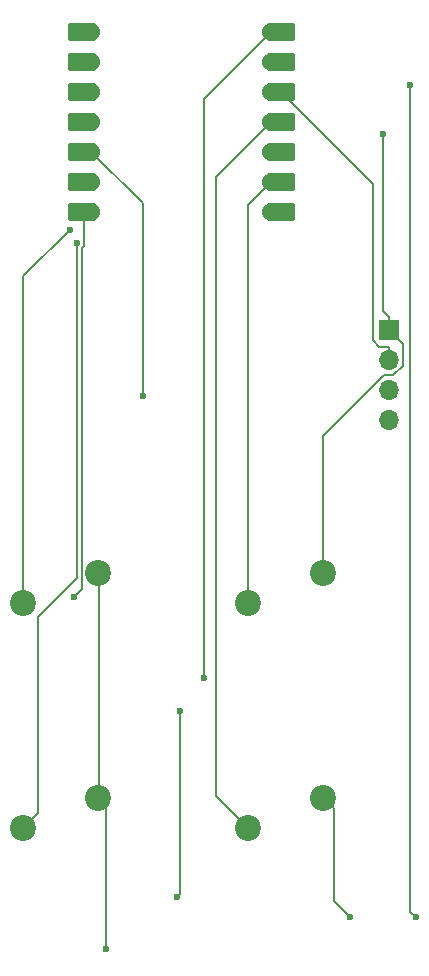
<source format=gbr>
%TF.GenerationSoftware,KiCad,Pcbnew,9.0.3*%
%TF.CreationDate,2026-01-29T20:12:37-03:00*%
%TF.ProjectId,hackpad,6861636b-7061-4642-9e6b-696361645f70,rev?*%
%TF.SameCoordinates,Original*%
%TF.FileFunction,Copper,L1,Top*%
%TF.FilePolarity,Positive*%
%FSLAX46Y46*%
G04 Gerber Fmt 4.6, Leading zero omitted, Abs format (unit mm)*
G04 Created by KiCad (PCBNEW 9.0.3) date 2026-01-29 20:12:37*
%MOMM*%
%LPD*%
G01*
G04 APERTURE LIST*
G04 Aperture macros list*
%AMRoundRect*
0 Rectangle with rounded corners*
0 $1 Rounding radius*
0 $2 $3 $4 $5 $6 $7 $8 $9 X,Y pos of 4 corners*
0 Add a 4 corners polygon primitive as box body*
4,1,4,$2,$3,$4,$5,$6,$7,$8,$9,$2,$3,0*
0 Add four circle primitives for the rounded corners*
1,1,$1+$1,$2,$3*
1,1,$1+$1,$4,$5*
1,1,$1+$1,$6,$7*
1,1,$1+$1,$8,$9*
0 Add four rect primitives between the rounded corners*
20,1,$1+$1,$2,$3,$4,$5,0*
20,1,$1+$1,$4,$5,$6,$7,0*
20,1,$1+$1,$6,$7,$8,$9,0*
20,1,$1+$1,$8,$9,$2,$3,0*%
G04 Aperture macros list end*
%TA.AperFunction,ComponentPad*%
%ADD10R,1.700000X1.700000*%
%TD*%
%TA.AperFunction,ComponentPad*%
%ADD11O,1.700000X1.700000*%
%TD*%
%TA.AperFunction,ComponentPad*%
%ADD12C,2.200000*%
%TD*%
%TA.AperFunction,SMDPad,CuDef*%
%ADD13RoundRect,0.152400X1.063600X0.609600X-1.063600X0.609600X-1.063600X-0.609600X1.063600X-0.609600X0*%
%TD*%
%TA.AperFunction,ComponentPad*%
%ADD14C,1.524000*%
%TD*%
%TA.AperFunction,SMDPad,CuDef*%
%ADD15RoundRect,0.152400X-1.063600X-0.609600X1.063600X-0.609600X1.063600X0.609600X-1.063600X0.609600X0*%
%TD*%
%TA.AperFunction,ViaPad*%
%ADD16C,0.600000*%
%TD*%
%TA.AperFunction,Conductor*%
%ADD17C,0.200000*%
%TD*%
G04 APERTURE END LIST*
D10*
%TO.P,J1,1,Pin_1*%
%TO.N,GND*%
X169490000Y-79305000D03*
D11*
%TO.P,J1,2,Pin_2*%
%TO.N,3V3*%
X169490000Y-81845000D03*
%TO.P,J1,3,Pin_3*%
%TO.N,I2C_SCL*%
X169490000Y-84385000D03*
%TO.P,J1,4,Pin_4*%
%TO.N,I2C_SDA*%
X169490000Y-86925000D03*
%TD*%
D12*
%TO.P,SW4,1,1*%
%TO.N,GND*%
X163975000Y-118885000D03*
%TO.P,SW4,2,2*%
%TO.N,Net-(U1-GPIO3{slash}MOSI)*%
X157625000Y-121425000D03*
%TD*%
%TO.P,SW1,1,1*%
%TO.N,GND*%
X144925000Y-99885000D03*
%TO.P,SW1,2,2*%
%TO.N,Net-(U1-GPIO1{slash}RX)*%
X138575000Y-102425000D03*
%TD*%
%TO.P,SW3,1,1*%
%TO.N,GND*%
X144910000Y-118915000D03*
%TO.P,SW3,2,2*%
%TO.N,Net-(U1-GPIO4{slash}MISO)*%
X138560000Y-121455000D03*
%TD*%
%TO.P,SW2,1,1*%
%TO.N,GND*%
X163975000Y-99885000D03*
%TO.P,SW2,2,2*%
%TO.N,Net-(U1-GPIO2{slash}SCK)*%
X157625000Y-102425000D03*
%TD*%
D13*
%TO.P,U1,1,GPIO26/ADC0/A0*%
%TO.N,unconnected-(U1-GPIO26{slash}ADC0{slash}A0-Pad1)_1*%
X143495000Y-54048500D03*
D14*
%TO.N,unconnected-(U1-GPIO26{slash}ADC0{slash}A0-Pad1)*%
X144330000Y-54048500D03*
D13*
%TO.P,U1,2,GPIO27/ADC1/A1*%
%TO.N,unconnected-(U1-GPIO27{slash}ADC1{slash}A1-Pad2)*%
X143495000Y-56588500D03*
D14*
%TO.N,unconnected-(U1-GPIO27{slash}ADC1{slash}A1-Pad2)_1*%
X144330000Y-56588500D03*
D13*
%TO.P,U1,3,GPIO28/ADC2/A2*%
%TO.N,unconnected-(U1-GPIO28{slash}ADC2{slash}A2-Pad3)*%
X143495000Y-59128500D03*
D14*
%TO.N,unconnected-(U1-GPIO28{slash}ADC2{slash}A2-Pad3)_1*%
X144330000Y-59128500D03*
D13*
%TO.P,U1,4,GPIO29/ADC3/A3*%
%TO.N,unconnected-(U1-GPIO29{slash}ADC3{slash}A3-Pad4)*%
X143495000Y-61668500D03*
D14*
%TO.N,unconnected-(U1-GPIO29{slash}ADC3{slash}A3-Pad4)_1*%
X144330000Y-61668500D03*
D13*
%TO.P,U1,5,GPIO6/SDA*%
%TO.N,I2C_SDA*%
X143495000Y-64208500D03*
D14*
X144330000Y-64208500D03*
D13*
%TO.P,U1,6,GPIO7/SCL*%
%TO.N,I2C_SCL*%
X143495000Y-66748500D03*
D14*
X144330000Y-66748500D03*
D13*
%TO.P,U1,7,GPIO0/TX*%
%TO.N,Net-(D1-DIN)*%
X143495000Y-69288500D03*
D14*
X144330000Y-69288500D03*
%TO.P,U1,8,GPIO1/RX*%
%TO.N,Net-(U1-GPIO1{slash}RX)*%
X159570000Y-69288500D03*
D15*
X160405000Y-69288500D03*
D14*
%TO.P,U1,9,GPIO2/SCK*%
%TO.N,Net-(U1-GPIO2{slash}SCK)*%
X159570000Y-66748500D03*
D15*
X160405000Y-66748500D03*
D14*
%TO.P,U1,10,GPIO4/MISO*%
%TO.N,Net-(U1-GPIO4{slash}MISO)*%
X159570000Y-64208500D03*
D15*
X160405000Y-64208500D03*
D14*
%TO.P,U1,11,GPIO3/MOSI*%
%TO.N,Net-(U1-GPIO3{slash}MOSI)*%
X159570000Y-61668500D03*
D15*
X160405000Y-61668500D03*
D14*
%TO.P,U1,12,3V3*%
%TO.N,3V3*%
X159570000Y-59128500D03*
D15*
X160405000Y-59128500D03*
D14*
%TO.P,U1,13,GND*%
%TO.N,GND*%
X159570000Y-56588500D03*
D15*
X160405000Y-56588500D03*
D14*
%TO.P,U1,14,VBUS*%
%TO.N,+5V*%
X159570000Y-54048500D03*
D15*
X160405000Y-54048500D03*
%TD*%
D16*
%TO.N,Net-(U1-GPIO4{slash}MISO)*%
X143094800Y-71940400D03*
%TO.N,Net-(U1-GPIO1{slash}RX)*%
X142499500Y-70835200D03*
%TO.N,I2C_SDA*%
X148659000Y-84859700D03*
%TO.N,Net-(D4-DOUT)*%
X171349300Y-58527000D03*
X171788600Y-128994200D03*
%TO.N,Net-(D2-DOUT)*%
X151550200Y-127318100D03*
X151796900Y-111587200D03*
%TO.N,Net-(D1-DIN)*%
X142876600Y-101878700D03*
%TO.N,+5V*%
X153907100Y-108800000D03*
%TO.N,GND*%
X168996600Y-62736100D03*
X145538000Y-131721000D03*
X166244800Y-128994200D03*
%TD*%
D17*
%TO.N,Net-(U1-GPIO3{slash}MOSI)*%
X160405000Y-61668500D02*
X159570000Y-61668500D01*
X154918300Y-118718300D02*
X157625000Y-121425000D01*
X154918300Y-66320200D02*
X154918300Y-118718300D01*
X159570000Y-61668500D02*
X154918300Y-66320200D01*
%TO.N,Net-(U1-GPIO4{slash}MISO)*%
X159570000Y-64208500D02*
X160405000Y-64208500D01*
X139790200Y-120224800D02*
X138560000Y-121455000D01*
X139790200Y-103634400D02*
X139790200Y-120224800D01*
X143094800Y-100329800D02*
X139790200Y-103634400D01*
X143094800Y-71940400D02*
X143094800Y-100329800D01*
%TO.N,Net-(U1-GPIO2{slash}SCK)*%
X157625000Y-68693500D02*
X159570000Y-66748500D01*
X157625000Y-102425000D02*
X157625000Y-68693500D01*
X159570000Y-66748500D02*
X160405000Y-66748500D01*
%TO.N,Net-(U1-GPIO1{slash}RX)*%
X160405000Y-69288500D02*
X159570000Y-69288500D01*
X138575000Y-74759700D02*
X138575000Y-102425000D01*
X142499500Y-70835200D02*
X138575000Y-74759700D01*
%TO.N,3V3*%
X159570000Y-59128500D02*
X160405000Y-59128500D01*
X169490000Y-81845000D02*
X169490000Y-80693300D01*
X168698000Y-80693300D02*
X169490000Y-80693300D01*
X168171900Y-80167200D02*
X168698000Y-80693300D01*
X168171900Y-66895400D02*
X168171900Y-80167200D01*
X160405000Y-59128500D02*
X168171900Y-66895400D01*
%TO.N,I2C_SCL*%
X144330000Y-66748500D02*
X143495000Y-66748500D01*
%TO.N,I2C_SDA*%
X144330000Y-64208500D02*
X143495000Y-64208500D01*
X148659000Y-68537500D02*
X148659000Y-84859700D01*
X144330000Y-64208500D02*
X148659000Y-68537500D01*
%TO.N,Net-(D4-DOUT)*%
X171349300Y-128554900D02*
X171788600Y-128994200D01*
X171349300Y-58527000D02*
X171349300Y-128554900D01*
%TO.N,Net-(D2-DOUT)*%
X151796900Y-127071400D02*
X151796900Y-111587200D01*
X151550200Y-127318100D02*
X151796900Y-127071400D01*
%TO.N,Net-(D1-DIN)*%
X143495000Y-69288500D02*
X144330000Y-69288500D01*
X143698400Y-69491900D02*
X143495000Y-69288500D01*
X143698400Y-72187700D02*
X143698400Y-69491900D01*
X143496500Y-72389600D02*
X143698400Y-72187700D01*
X143496500Y-101258800D02*
X143496500Y-72389600D01*
X142876600Y-101878700D02*
X143496500Y-101258800D01*
%TO.N,+5V*%
X160405000Y-54048500D02*
X159570000Y-54048500D01*
X153907100Y-59711400D02*
X159570000Y-54048500D01*
X153907100Y-108800000D02*
X153907100Y-59711400D01*
%TO.N,GND*%
X144979100Y-118845900D02*
X144910000Y-118915000D01*
X144979100Y-99939100D02*
X144979100Y-118845900D01*
X144925000Y-99885000D02*
X144979100Y-99939100D01*
X160405000Y-56588500D02*
X159570000Y-56588500D01*
X163975000Y-88236100D02*
X163975000Y-99885000D01*
X169096100Y-83115000D02*
X163975000Y-88236100D01*
X169894100Y-83115000D02*
X169096100Y-83115000D01*
X170676200Y-82332900D02*
X169894100Y-83115000D01*
X170676200Y-80491200D02*
X170676200Y-82332900D01*
X169490000Y-79305000D02*
X170676200Y-80491200D01*
X169490000Y-79305000D02*
X169490000Y-78153300D01*
X168996600Y-77659900D02*
X168996600Y-62736100D01*
X169490000Y-78153300D02*
X168996600Y-77659900D01*
X164874200Y-127623600D02*
X166244800Y-128994200D01*
X164874200Y-119784200D02*
X164874200Y-127623600D01*
X163975000Y-118885000D02*
X164874200Y-119784200D01*
X145538000Y-119543000D02*
X144910000Y-118915000D01*
X145538000Y-131721000D02*
X145538000Y-119543000D01*
%TD*%
M02*

</source>
